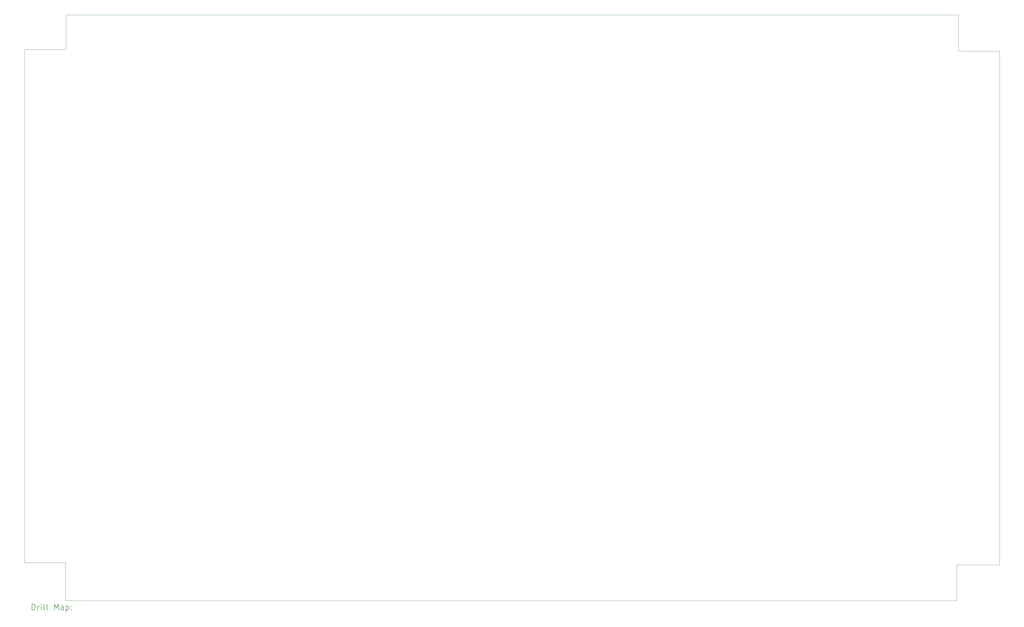
<source format=gbr>
%TF.GenerationSoftware,KiCad,Pcbnew,7.0.11*%
%TF.CreationDate,2025-07-15T19:22:32+01:00*%
%TF.ProjectId,lynx128,6c796e78-3132-4382-9e6b-696361645f70,rev?*%
%TF.SameCoordinates,Original*%
%TF.FileFunction,Drillmap*%
%TF.FilePolarity,Positive*%
%FSLAX45Y45*%
G04 Gerber Fmt 4.5, Leading zero omitted, Abs format (unit mm)*
G04 Created by KiCad (PCBNEW 7.0.11) date 2025-07-15 19:22:32*
%MOMM*%
%LPD*%
G01*
G04 APERTURE LIST*
%ADD10C,0.100000*%
%ADD11C,0.200000*%
G04 APERTURE END LIST*
D10*
X36251000Y-3347000D02*
X36251000Y-4611000D01*
X5296000Y-4549000D02*
X3863000Y-4549000D01*
X5296000Y-3347000D02*
X5296000Y-4549000D01*
X36251000Y-4611000D02*
X37683000Y-4611000D01*
X36196000Y-23677000D02*
X5279000Y-23677000D01*
X37683000Y-4611000D02*
X37683000Y-22428000D01*
X37683000Y-22428000D02*
X36196000Y-22428000D01*
X36251000Y-3347000D02*
X5296000Y-3347000D01*
X3863000Y-22357000D02*
X5279000Y-22357000D01*
X5279000Y-22357000D02*
X5279000Y-23677000D01*
X3863000Y-22357000D02*
X3863000Y-4549000D01*
X36196000Y-22428000D02*
X36196000Y-23677000D01*
D11*
X4118777Y-23993484D02*
X4118777Y-23793484D01*
X4118777Y-23793484D02*
X4166396Y-23793484D01*
X4166396Y-23793484D02*
X4194967Y-23803008D01*
X4194967Y-23803008D02*
X4214015Y-23822055D01*
X4214015Y-23822055D02*
X4223539Y-23841103D01*
X4223539Y-23841103D02*
X4233063Y-23879198D01*
X4233063Y-23879198D02*
X4233063Y-23907769D01*
X4233063Y-23907769D02*
X4223539Y-23945865D01*
X4223539Y-23945865D02*
X4214015Y-23964912D01*
X4214015Y-23964912D02*
X4194967Y-23983960D01*
X4194967Y-23983960D02*
X4166396Y-23993484D01*
X4166396Y-23993484D02*
X4118777Y-23993484D01*
X4318777Y-23993484D02*
X4318777Y-23860150D01*
X4318777Y-23898246D02*
X4328301Y-23879198D01*
X4328301Y-23879198D02*
X4337824Y-23869674D01*
X4337824Y-23869674D02*
X4356872Y-23860150D01*
X4356872Y-23860150D02*
X4375920Y-23860150D01*
X4442586Y-23993484D02*
X4442586Y-23860150D01*
X4442586Y-23793484D02*
X4433063Y-23803008D01*
X4433063Y-23803008D02*
X4442586Y-23812531D01*
X4442586Y-23812531D02*
X4452110Y-23803008D01*
X4452110Y-23803008D02*
X4442586Y-23793484D01*
X4442586Y-23793484D02*
X4442586Y-23812531D01*
X4566396Y-23993484D02*
X4547348Y-23983960D01*
X4547348Y-23983960D02*
X4537824Y-23964912D01*
X4537824Y-23964912D02*
X4537824Y-23793484D01*
X4671158Y-23993484D02*
X4652110Y-23983960D01*
X4652110Y-23983960D02*
X4642586Y-23964912D01*
X4642586Y-23964912D02*
X4642586Y-23793484D01*
X4899729Y-23993484D02*
X4899729Y-23793484D01*
X4899729Y-23793484D02*
X4966396Y-23936341D01*
X4966396Y-23936341D02*
X5033063Y-23793484D01*
X5033063Y-23793484D02*
X5033063Y-23993484D01*
X5214015Y-23993484D02*
X5214015Y-23888722D01*
X5214015Y-23888722D02*
X5204491Y-23869674D01*
X5204491Y-23869674D02*
X5185444Y-23860150D01*
X5185444Y-23860150D02*
X5147348Y-23860150D01*
X5147348Y-23860150D02*
X5128301Y-23869674D01*
X5214015Y-23983960D02*
X5194967Y-23993484D01*
X5194967Y-23993484D02*
X5147348Y-23993484D01*
X5147348Y-23993484D02*
X5128301Y-23983960D01*
X5128301Y-23983960D02*
X5118777Y-23964912D01*
X5118777Y-23964912D02*
X5118777Y-23945865D01*
X5118777Y-23945865D02*
X5128301Y-23926817D01*
X5128301Y-23926817D02*
X5147348Y-23917293D01*
X5147348Y-23917293D02*
X5194967Y-23917293D01*
X5194967Y-23917293D02*
X5214015Y-23907769D01*
X5309253Y-23860150D02*
X5309253Y-24060150D01*
X5309253Y-23869674D02*
X5328301Y-23860150D01*
X5328301Y-23860150D02*
X5366396Y-23860150D01*
X5366396Y-23860150D02*
X5385444Y-23869674D01*
X5385444Y-23869674D02*
X5394967Y-23879198D01*
X5394967Y-23879198D02*
X5404491Y-23898246D01*
X5404491Y-23898246D02*
X5404491Y-23955388D01*
X5404491Y-23955388D02*
X5394967Y-23974436D01*
X5394967Y-23974436D02*
X5385444Y-23983960D01*
X5385444Y-23983960D02*
X5366396Y-23993484D01*
X5366396Y-23993484D02*
X5328301Y-23993484D01*
X5328301Y-23993484D02*
X5309253Y-23983960D01*
X5490205Y-23974436D02*
X5499729Y-23983960D01*
X5499729Y-23983960D02*
X5490205Y-23993484D01*
X5490205Y-23993484D02*
X5480682Y-23983960D01*
X5480682Y-23983960D02*
X5490205Y-23974436D01*
X5490205Y-23974436D02*
X5490205Y-23993484D01*
X5490205Y-23869674D02*
X5499729Y-23879198D01*
X5499729Y-23879198D02*
X5490205Y-23888722D01*
X5490205Y-23888722D02*
X5480682Y-23879198D01*
X5480682Y-23879198D02*
X5490205Y-23869674D01*
X5490205Y-23869674D02*
X5490205Y-23888722D01*
M02*

</source>
